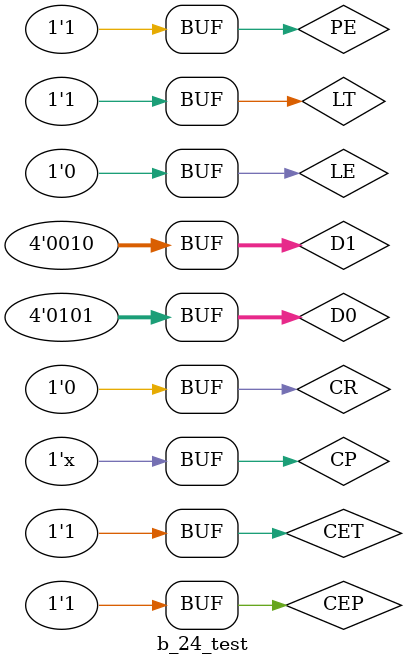
<source format=v>
module b_24_test();
  reg CEP,CET,PE,CR,CP,LT,LE;
  reg[3:0]D1;
  reg[3:0]D0;
  wire warning;
  wire a1,b1,c1,d1,e1,f1,g1;
  wire a0,b0,c0,d0,e0,f0,g0;
  wire [3:0]num0;
  wire [3:0]num1;
  initial
  begin
    LT = 0;LE = 0;
    D1 = 4'b0010;D0 = 4'b0101;  //  2  5    
    CP = 0;         
    CR = 1;
    PE = 1;
    CEP = 0;
    CET = 0;                 // ????????
    #15 PE = 0;              // ??????? 25
    #20 PE = 1;              // ??
	#15   CEP = 1;CET = 1;LT = 1;   // ?????
    #1200 CEP = 0;CET = 0;
    #200  CEP = 1;CET = 1;
    #1400 CR = 0;   // ????
  end

  always #50 CP = ~CP;//?????50ns????
  initial
  $monitor("Q1 = %d %d %d %d %d %d %d ,Q0 = %d %d %d %d %d %d %d , the number is %d%d , warning = %d",a1,b1,c1,d1,e1,f1,g1,a0,b0,c0,d0,e0,f0,g0,num1,num0,warning);
  b_24 inst(.CEP(CEP),
            .CET(CET),
            .PE(PE),
            .CR(CR),
			.CP(CP),
			.LE(LE),
            .LT(LT),
            .D1(D1),
            .D0(D0),
			.a1(a1),
                .b1(b1),
                .c1(c1),
                .d1(d1),
				.e1(e1),
				.f1(f1),
				.g1(g1),
			.a0(a0),
                .b0(b0),
                .c0(c0),
                .d0(d0),
				.e0(e0),
				.f0(f0),
				.g0(g0),
			.warning(warning),
                .num1(num1),
                .num0(num0));
endmodule

</source>
